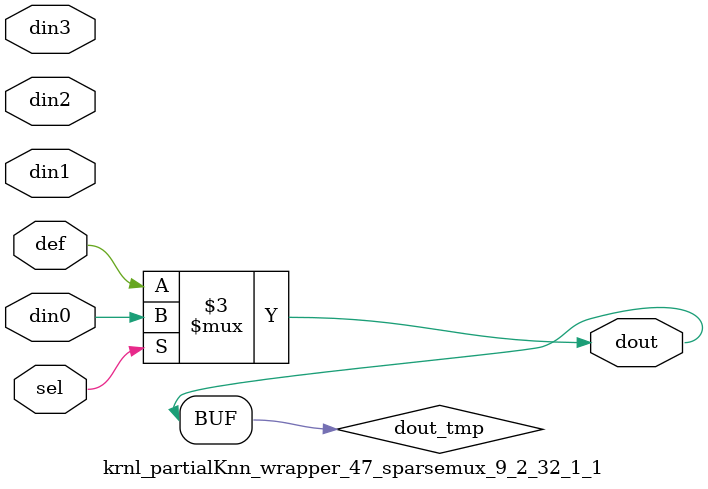
<source format=v>
`timescale 1ns / 1ps

module krnl_partialKnn_wrapper_47_sparsemux_9_2_32_1_1 (din0,din1,din2,din3,def,sel,dout);

parameter din0_WIDTH = 1;

parameter din1_WIDTH = 1;

parameter din2_WIDTH = 1;

parameter din3_WIDTH = 1;

parameter def_WIDTH = 1;
parameter sel_WIDTH = 1;
parameter dout_WIDTH = 1;

parameter [sel_WIDTH-1:0] CASE0 = 1;

parameter [sel_WIDTH-1:0] CASE1 = 1;

parameter [sel_WIDTH-1:0] CASE2 = 1;

parameter [sel_WIDTH-1:0] CASE3 = 1;

parameter ID = 1;
parameter NUM_STAGE = 1;



input [din0_WIDTH-1:0] din0;

input [din1_WIDTH-1:0] din1;

input [din2_WIDTH-1:0] din2;

input [din3_WIDTH-1:0] din3;

input [def_WIDTH-1:0] def;
input [sel_WIDTH-1:0] sel;

output [dout_WIDTH-1:0] dout;



reg [dout_WIDTH-1:0] dout_tmp;

always @ (*) begin
case (sel)
    
    CASE0 : dout_tmp = din0;
    
    CASE1 : dout_tmp = din1;
    
    CASE2 : dout_tmp = din2;
    
    CASE3 : dout_tmp = din3;
    
    default : dout_tmp = def;
endcase
end


assign dout = dout_tmp;



endmodule

</source>
